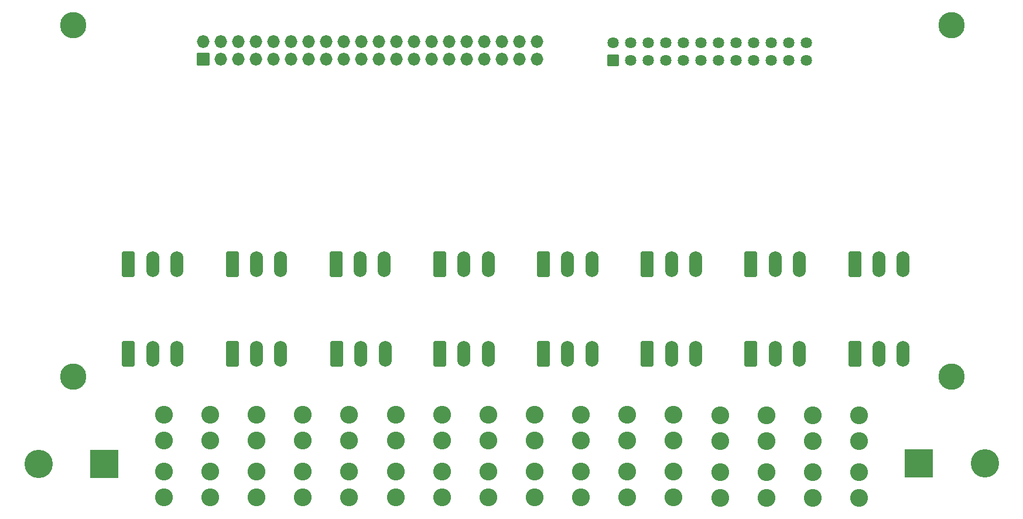
<source format=gbr>
G04 #@! TF.GenerationSoftware,KiCad,Pcbnew,(6.0.5)*
G04 #@! TF.CreationDate,2022-06-05T02:02:10-04:00*
G04 #@! TF.ProjectId,PB_16,50425f31-362e-46b6-9963-61645f706362,v1*
G04 #@! TF.SameCoordinates,Original*
G04 #@! TF.FileFunction,Soldermask,Bot*
G04 #@! TF.FilePolarity,Negative*
%FSLAX46Y46*%
G04 Gerber Fmt 4.6, Leading zero omitted, Abs format (unit mm)*
G04 Created by KiCad (PCBNEW (6.0.5)) date 2022-06-05 02:02:10*
%MOMM*%
%LPD*%
G01*
G04 APERTURE LIST*
G04 Aperture macros list*
%AMRoundRect*
0 Rectangle with rounded corners*
0 $1 Rounding radius*
0 $2 $3 $4 $5 $6 $7 $8 $9 X,Y pos of 4 corners*
0 Add a 4 corners polygon primitive as box body*
4,1,4,$2,$3,$4,$5,$6,$7,$8,$9,$2,$3,0*
0 Add four circle primitives for the rounded corners*
1,1,$1+$1,$2,$3*
1,1,$1+$1,$4,$5*
1,1,$1+$1,$6,$7*
1,1,$1+$1,$8,$9*
0 Add four rect primitives between the rounded corners*
20,1,$1+$1,$2,$3,$4,$5,0*
20,1,$1+$1,$4,$5,$6,$7,0*
20,1,$1+$1,$6,$7,$8,$9,0*
20,1,$1+$1,$8,$9,$2,$3,0*%
G04 Aperture macros list end*
%ADD10RoundRect,0.051000X0.863600X-0.863600X0.863600X0.863600X-0.863600X0.863600X-0.863600X-0.863600X0*%
%ADD11O,1.829200X1.829200*%
%ADD12RoundRect,0.051000X-0.765000X-0.765000X0.765000X-0.765000X0.765000X0.765000X-0.765000X0.765000X0*%
%ADD13C,1.632000*%
%ADD14RoundRect,0.301000X-0.650000X-1.550000X0.650000X-1.550000X0.650000X1.550000X-0.650000X1.550000X0*%
%ADD15O,1.902000X3.702000*%
%ADD16C,2.577000*%
%ADD17C,3.802000*%
%ADD18RoundRect,0.051000X2.000000X2.000000X-2.000000X2.000000X-2.000000X-2.000000X2.000000X-2.000000X0*%
%ADD19C,4.102000*%
%ADD20RoundRect,0.051000X-2.000000X-2.000000X2.000000X-2.000000X2.000000X2.000000X-2.000000X2.000000X0*%
G04 APERTURE END LIST*
D10*
X99941000Y-87007800D03*
D11*
X99941000Y-84467800D03*
X102481000Y-87007800D03*
X102481000Y-84467800D03*
X105021000Y-87007800D03*
X105021000Y-84467800D03*
X107561000Y-87007800D03*
X107561000Y-84467800D03*
X110101000Y-87007800D03*
X110101000Y-84467800D03*
X112641000Y-87007800D03*
X112641000Y-84467800D03*
X115181000Y-87007800D03*
X115181000Y-84467800D03*
X117721000Y-87007800D03*
X117721000Y-84467800D03*
X120261000Y-87007800D03*
X120261000Y-84467800D03*
X122801000Y-87007800D03*
X122801000Y-84467800D03*
X125341000Y-87007800D03*
X125341000Y-84467800D03*
X127881000Y-87007800D03*
X127881000Y-84467800D03*
X130421000Y-87007800D03*
X130421000Y-84467800D03*
X132961000Y-87007800D03*
X132961000Y-84467800D03*
X135501000Y-87007800D03*
X135501000Y-84467800D03*
X138041000Y-87007800D03*
X138041000Y-84467800D03*
X140581000Y-87007800D03*
X140581000Y-84467800D03*
X143121000Y-87007800D03*
X143121000Y-84467800D03*
X145661000Y-87007800D03*
X145661000Y-84467800D03*
X148201000Y-87007800D03*
X148201000Y-84467800D03*
D12*
X159161000Y-87187800D03*
D13*
X159161000Y-84647800D03*
X161701000Y-87187800D03*
X161701000Y-84647800D03*
X164241000Y-87187800D03*
X164241000Y-84647800D03*
X166781000Y-87187800D03*
X166781000Y-84647800D03*
X169321000Y-87187800D03*
X169321000Y-84647800D03*
X171861000Y-87187800D03*
X171861000Y-84647800D03*
X174401000Y-87187800D03*
X174401000Y-84647800D03*
X176941000Y-87187800D03*
X176941000Y-84647800D03*
X179481000Y-87187800D03*
X179481000Y-84647800D03*
X182021000Y-87187800D03*
X182021000Y-84647800D03*
X184561000Y-87187800D03*
X184561000Y-84647800D03*
X187101000Y-87187800D03*
X187101000Y-84647800D03*
D14*
X89100000Y-129600000D03*
D15*
X92600000Y-129600000D03*
X96100000Y-129600000D03*
X126100000Y-116600000D03*
X122600000Y-116600000D03*
D14*
X119100000Y-116600000D03*
X119214342Y-129600000D03*
D15*
X122714342Y-129600000D03*
X126214342Y-129600000D03*
D14*
X134100000Y-116600000D03*
D15*
X137600000Y-116600000D03*
X141100000Y-116600000D03*
D14*
X134100000Y-129600000D03*
D15*
X137600000Y-129600000D03*
X141100000Y-129600000D03*
D14*
X149100000Y-116600000D03*
D15*
X152600000Y-116600000D03*
X156100000Y-116600000D03*
D14*
X149100000Y-129600000D03*
D15*
X152600000Y-129600000D03*
X156100000Y-129600000D03*
D14*
X164100000Y-116600000D03*
D15*
X167600000Y-116600000D03*
X171100000Y-116600000D03*
D14*
X164100000Y-129600000D03*
D15*
X167600000Y-129600000D03*
X171100000Y-129600000D03*
D14*
X179100000Y-116600000D03*
D15*
X182600000Y-116600000D03*
X186100000Y-116600000D03*
D14*
X179100000Y-129600000D03*
D15*
X182600000Y-129600000D03*
X186100000Y-129600000D03*
D14*
X194100000Y-116600000D03*
D15*
X197600000Y-116600000D03*
X201100000Y-116600000D03*
D14*
X194100000Y-129600000D03*
D15*
X197600000Y-129600000D03*
X201100000Y-129600000D03*
D16*
X94222600Y-150288600D03*
X94222600Y-146588600D03*
X94222600Y-142088600D03*
X94222600Y-138388600D03*
X134425198Y-150298600D03*
X134425198Y-146598600D03*
X134425198Y-142098600D03*
X134425198Y-138398600D03*
X181328229Y-150363600D03*
X181328229Y-146663600D03*
X181328229Y-142163600D03*
X181328229Y-138463600D03*
X100923033Y-150303600D03*
X100923033Y-146603600D03*
X100923033Y-142103600D03*
X100923033Y-138403600D03*
X127724765Y-150298600D03*
X127724765Y-146598600D03*
X127724765Y-142098600D03*
X127724765Y-138398600D03*
X141125631Y-150298600D03*
X141125631Y-146598600D03*
X141125631Y-142098600D03*
X141125631Y-138398600D03*
X147826064Y-150298600D03*
X147826064Y-146598600D03*
X147826064Y-142098600D03*
X147826064Y-138398600D03*
X154526497Y-150298600D03*
X154526497Y-146598600D03*
X154526497Y-142098600D03*
X154526497Y-138398600D03*
X194729100Y-150363600D03*
X194729100Y-146663600D03*
X194729100Y-142163600D03*
X194729100Y-138463600D03*
X121024332Y-150298600D03*
X121024332Y-146598600D03*
X121024332Y-142098600D03*
X121024332Y-138398600D03*
X107623466Y-150303600D03*
X107623466Y-146603600D03*
X107623466Y-142103600D03*
X107623466Y-138403600D03*
X174627796Y-150363600D03*
X174627796Y-146663600D03*
X174627796Y-142163600D03*
X174627796Y-138463600D03*
X161226930Y-150298600D03*
X161226930Y-146598600D03*
X161226930Y-142098600D03*
X161226930Y-138398600D03*
X114323899Y-150303600D03*
X114323899Y-146603600D03*
X114323899Y-142103600D03*
X114323899Y-138403600D03*
D14*
X89100000Y-116600000D03*
D15*
X92600000Y-116600000D03*
X96100000Y-116600000D03*
D14*
X104100000Y-116600000D03*
D15*
X107600000Y-116600000D03*
X111100000Y-116600000D03*
D14*
X104100000Y-129600000D03*
D15*
X107600000Y-129600000D03*
X111100000Y-129600000D03*
D16*
X188028662Y-150363600D03*
X188028662Y-146663600D03*
X188028662Y-142163600D03*
X188028662Y-138463600D03*
X167927363Y-150298600D03*
X167927363Y-146598600D03*
X167927363Y-142098600D03*
X167927363Y-138398600D03*
D17*
X81113000Y-82066600D03*
X208113000Y-82066600D03*
D18*
X85601000Y-145517800D03*
D19*
X76101000Y-145517800D03*
D17*
X208127600Y-132866600D03*
D20*
X203401000Y-145417800D03*
D19*
X212901000Y-145417800D03*
D17*
X81127600Y-132866600D03*
M02*

</source>
